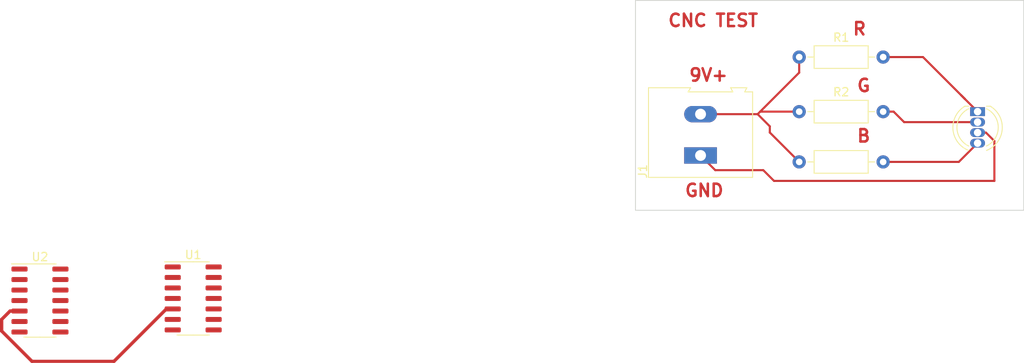
<source format=kicad_pcb>
(kicad_pcb (version 20221018) (generator pcbnew)
  (layers (0 "F.Cu" signal) (31 "B.Cu" signal) (34 "B.Paste" user) (35 "F.Paste" user) (36 "B.SilkS" user "B.Silkscreen") (37 "F.SilkS" user "F.Silkscreen") (38 "B.Mask" user) (39 "F.Mask" user) (44 "Edge.Cuts" user))
  (net 0 "")
  (net 1 "Net-(D1-RK)")
  (net 2 "Net-(D1-GK)")
  (net 3 "Net-(D1-A)")
  (net 4 "Net-(D1-BK)")
  (net 5 "Net-(J1-Pin_2)")
  (net 8 "DATA1")
  (footprint "LED_THT:LED_D5.0mm-4_RGB" (layer "F.Cu") (at 142.24 77.724 -90)
    (fp_text reference "D1" hide)
    (fp_text value "LED_RGAB" hide)
    (fp_line (start -0.655 -1.545) (end -0.655 -1.08) (stroke (width 0.12)) (layer "F.SilkS"))
    (fp_line (start -0.655 1.08) (end -0.655 1.545) (stroke (width 0.12)) (layer "F.SilkS"))
    (fp_arc (start -0.655 -1.54483) (mid 2.163456 -2.978809) (end 4.692815 -1.080827) (stroke (width 0.12)) (layer "F.SilkS"))
    (fp_arc (start -0.349684 -1.08) (mid 1.904762 -2.5) (end 4.159479 -1.080429) (stroke (width 0.12)) (layer "F.SilkS"))
    (fp_arc (start 4.159479 1.080429) (mid 1.904762 2.5) (end -0.349684 1.08) (stroke (width 0.12)) (layer "F.SilkS"))
    (fp_arc (start 4.692815 1.080827) (mid 2.163456 2.978808) (end -0.655 1.54483) (stroke (width 0.12)) (layer "F.SilkS"))
    (pad "1" thru_hole rect (at 0 0 270) (size 1.07 1.8) (drill 0.9) (layers "*.Cu" "*.Mask") (net 1 "Net-(D1-RK)"))
    (pad "2" thru_hole oval (at 1.27 0 270) (size 1.07 1.8) (drill 0.9) (layers "*.Cu" "*.Mask") (net 2 "Net-(D1-GK)"))
    (pad "3" thru_hole oval (at 2.54 0 270) (size 1.07 1.8) (drill 0.9) (layers "*.Cu" "*.Mask") (net 3 "Net-(D1-A)"))
    (pad "4" thru_hole oval (at 3.81 0 270) (size 1.07 1.8) (drill 0.9) (layers "*.Cu" "*.Mask") (net 4 "Net-(D1-BK)"))
  )
  (footprint "Package_SO:SOIC-14_3.9x8.7mm_P1.27mm" (layer "F.Cu") (at 47.309 100.33)
    (fp_text reference "U1" (at 0 -5.28) (layer "F.SilkS"))
    (fp_text value "LM339")
    (fp_line (start 0 -4.435) (end -3.45 -4.435) (stroke (width 0.12)) (layer "F.SilkS"))
    (fp_line (start 0 -4.435) (end 1.95 -4.435) (stroke (width 0.12)) (layer "F.SilkS"))
    (fp_line (start 0 4.435) (end -1.95 4.435) (stroke (width 0.12)) (layer "F.SilkS"))
    (fp_line (start 0 4.435) (end 1.95 4.435) (stroke (width 0.12)) (layer "F.SilkS"))
    (pad "1" smd roundrect (at -2.475 -3.81) (size 1.95 0.6) (layers "F.Cu" "F.Paste" "F.Mask"))
    (pad "2" smd roundrect (at -2.475 -2.54) (size 1.95 0.6) (layers "F.Cu" "F.Paste" "F.Mask"))
    (pad "3" smd roundrect (at -2.475 -1.27) (size 1.95 0.6) (layers "F.Cu" "F.Paste" "F.Mask"))
    (pad "4" smd roundrect (at -2.475 0) (size 1.95 0.6) (layers "F.Cu" "F.Paste" "F.Mask"))
    (pad "5" smd roundrect (at -2.475 1.27) (size 1.95 0.6) (layers "F.Cu" "F.Paste" "F.Mask") (net 8 "DATA1"))
    (pad "6" smd roundrect (at -2.475 2.54) (size 1.95 0.6) (layers "F.Cu" "F.Paste" "F.Mask"))
    (pad "7" smd roundrect (at -2.475 3.81) (size 1.95 0.6) (layers "F.Cu" "F.Paste" "F.Mask"))
    (pad "8" smd roundrect (at 2.475 3.81) (size 1.95 0.6) (layers "F.Cu" "F.Paste" "F.Mask"))
    (pad "9" smd roundrect (at 2.475 2.54) (size 1.95 0.6) (layers "F.Cu" "F.Paste" "F.Mask"))
    (pad "10" smd roundrect (at 2.475 1.27) (size 1.95 0.6) (layers "F.Cu" "F.Paste" "F.Mask"))
    (pad "11" smd roundrect (at 2.475 0) (size 1.95 0.6) (layers "F.Cu" "F.Paste" "F.Mask"))
    (pad "12" smd roundrect (at 2.475 -1.27) (size 1.95 0.6) (layers "F.Cu" "F.Paste" "F.Mask"))
    (pad "13" smd roundrect (at 2.475 -2.54) (size 1.95 0.6) (layers "F.Cu" "F.Paste" "F.Mask"))
    (pad "14" smd roundrect (at 2.475 -3.81) (size 1.95 0.6) (layers "F.Cu" "F.Paste" "F.Mask"))
  )
  (footprint "Package_SO:SOIC-14_3.9x8.7mm_P1.27mm" (layer "F.Cu") (at 28.767 100.584)
    (fp_text reference "U2" (at 0 -5.28) (layer "F.SilkS"))
    (fp_text value "LM339")
    (fp_line (start 0 -4.435) (end -3.45 -4.435) (stroke (width 0.12)) (layer "F.SilkS"))
    (fp_line (start 0 -4.435) (end 1.95 -4.435) (stroke (width 0.12)) (layer "F.SilkS"))
    (fp_line (start 0 4.435) (end -1.95 4.435) (stroke (width 0.12)) (layer "F.SilkS"))
    (fp_line (start 0 4.435) (end 1.95 4.435) (stroke (width 0.12)) (layer "F.SilkS"))
    (pad "1" smd roundrect (at -2.475 -3.81) (size 1.95 0.6) (layers "F.Cu" "F.Paste" "F.Mask"))
    (pad "2" smd roundrect (at -2.475 -2.54) (size 1.95 0.6) (layers "F.Cu" "F.Paste" "F.Mask"))
    (pad "3" smd roundrect (at -2.475 -1.27) (size 1.95 0.6) (layers "F.Cu" "F.Paste" "F.Mask"))
    (pad "4" smd roundrect (at -2.475 0) (size 1.95 0.6) (layers "F.Cu" "F.Paste" "F.Mask"))
    (pad "5" smd roundrect (at -2.475 1.27) (size 1.95 0.6) (layers "F.Cu" "F.Paste" "F.Mask") (net 8 "DATA1"))
    (pad "6" smd roundrect (at -2.475 2.54) (size 1.95 0.6) (layers "F.Cu" "F.Paste" "F.Mask"))
    (pad "7" smd roundrect (at -2.475 3.81) (size 1.95 0.6) (layers "F.Cu" "F.Paste" "F.Mask"))
    (pad "8" smd roundrect (at 2.475 3.81) (size 1.95 0.6) (layers "F.Cu" "F.Paste" "F.Mask"))
    (pad "9" smd roundrect (at 2.475 2.54) (size 1.95 0.6) (layers "F.Cu" "F.Paste" "F.Mask"))
    (pad "10" smd roundrect (at 2.475 1.27) (size 1.95 0.6) (layers "F.Cu" "F.Paste" "F.Mask"))
    (pad "11" smd roundrect (at 2.475 0) (size 1.95 0.6) (layers "F.Cu" "F.Paste" "F.Mask"))
    (pad "12" smd roundrect (at 2.475 -1.27) (size 1.95 0.6) (layers "F.Cu" "F.Paste" "F.Mask"))
    (pad "13" smd roundrect (at 2.475 -2.54) (size 1.95 0.6) (layers "F.Cu" "F.Paste" "F.Mask"))
    (pad "14" smd roundrect (at 2.475 -3.81) (size 1.95 0.6) (layers "F.Cu" "F.Paste" "F.Mask"))
  )
  (footprint "Resistor_THT:R_Axial_DIN0207_L6.3mm_D2.5mm_P10.16mm_Horizontal" (layer "F.Cu") (at 120.65 71.12)
    (fp_text reference "R1" (at 5.08 -2.37) (layer "F.SilkS"))
    (fp_text value "RED" hide)
    (fp_line (start 1.04 0) (end 1.81 0) (stroke (width 0.12)) (layer "F.SilkS"))
    (fp_line (start 1.81 -1.37) (end 1.81 1.37) (stroke (width 0.12)) (layer "F.SilkS"))
    (fp_line (start 1.81 1.37) (end 8.35 1.37) (stroke (width 0.12)) (layer "F.SilkS"))
    (fp_line (start 8.35 -1.37) (end 1.81 -1.37) (stroke (width 0.12)) (layer "F.SilkS"))
    (fp_line (start 8.35 1.37) (end 8.35 -1.37) (stroke (width 0.12)) (layer "F.SilkS"))
    (fp_line (start 9.12 0) (end 8.35 0) (stroke (width 0.12)) (layer "F.SilkS"))
    (pad "1" thru_hole circle (at 0 0) (size 1.6 1.6) (drill 0.8) (layers "*.Cu" "*.Mask") (net 5 "Net-(J1-Pin_2)"))
    (pad "2" thru_hole oval (at 10.16 0) (size 1.6 1.6) (drill 0.8) (layers "*.Cu" "*.Mask") (net 1 "Net-(D1-RK)"))
  )
  (footprint "Resistor_THT:R_Axial_DIN0207_L6.3mm_D2.5mm_P10.16mm_Horizontal" (layer "F.Cu") (at 120.65 83.806)
    (fp_text reference "R3" hide)
    (fp_text value "B" hide)
    (fp_line (start 1.04 0) (end 1.81 0) (stroke (width 0.12)) (layer "F.SilkS"))
    (fp_line (start 1.81 -1.37) (end 1.81 1.37) (stroke (width 0.12)) (layer "F.SilkS"))
    (fp_line (start 1.81 1.37) (end 8.35 1.37) (stroke (width 0.12)) (layer "F.SilkS"))
    (fp_line (start 8.35 -1.37) (end 1.81 -1.37) (stroke (width 0.12)) (layer "F.SilkS"))
    (fp_line (start 8.35 1.37) (end 8.35 -1.37) (stroke (width 0.12)) (layer "F.SilkS"))
    (fp_line (start 9.12 0) (end 8.35 0) (stroke (width 0.12)) (layer "F.SilkS"))
    (pad "1" thru_hole circle (at 0 0) (size 1.6 1.6) (drill 0.8) (layers "*.Cu" "*.Mask") (net 5 "Net-(J1-Pin_2)"))
    (pad "2" thru_hole oval (at 10.16 0) (size 1.6 1.6) (drill 0.8) (layers "*.Cu" "*.Mask") (net 4 "Net-(D1-BK)"))
  )
  (footprint "TerminalBlock:TerminalBlock_Altech_AK300-2_P5.00mm" (layer "F.Cu") (at 108.712 83.029 90)
    (fp_text reference "J1" (at -1.92 -6.99 90) (layer "F.SilkS"))
    (fp_text value "Screw_Terminal_01x02" hide)
    (fp_line (start -2.65 -6.3) (end -2.65 6.3) (stroke (width 0.12)) (layer "F.SilkS"))
    (fp_line (start -2.65 6.3) (end 7.7 6.3) (stroke (width 0.12)) (layer "F.SilkS"))
    (fp_line (start 7.7 -1.5) (end 8.2 -1.2) (stroke (width 0.12)) (layer "F.SilkS"))
    (fp_line (start 7.7 3.9) (end 7.7 -1.5) (stroke (width 0.12)) (layer "F.SilkS"))
    (fp_line (start 7.7 5.35) (end 8.2 5.6) (stroke (width 0.12)) (layer "F.SilkS"))
    (fp_line (start 7.7 6.3) (end 7.7 5.35) (stroke (width 0.12)) (layer "F.SilkS"))
    (fp_line (start 8.2 -6.3) (end -2.65 -6.3) (stroke (width 0.12)) (layer "F.SilkS"))
    (fp_line (start 8.2 -1.2) (end 8.2 -6.3) (stroke (width 0.12)) (layer "F.SilkS"))
    (fp_line (start 8.2 3.65) (end 7.7 3.9) (stroke (width 0.12)) (layer "F.SilkS"))
    (fp_line (start 8.2 3.7) (end 8.2 3.65) (stroke (width 0.12)) (layer "F.SilkS"))
    (fp_line (start 8.2 5.6) (end 8.2 3.7) (stroke (width 0.12)) (layer "F.SilkS"))
    (pad "1" thru_hole rect (at 0 0 90) (size 1.98 3.96) (drill 1.32) (layers "*.Cu" "*.Mask") (net 3 "Net-(D1-A)"))
    (pad "2" thru_hole oval (at 5 0 90) (size 1.98 3.96) (drill 1.32) (layers "*.Cu" "*.Mask") (net 5 "Net-(J1-Pin_2)"))
  )
  (footprint "Resistor_THT:R_Axial_DIN0207_L6.3mm_D2.5mm_P10.16mm_Horizontal" (layer "F.Cu") (at 120.65 77.724)
    (fp_text reference "R2" (at 5.08 -2.37) (layer "F.SilkS"))
    (fp_text value "GREEN" hide)
    (fp_line (start 1.04 0) (end 1.81 0) (stroke (width 0.12)) (layer "F.SilkS"))
    (fp_line (start 1.81 -1.37) (end 1.81 1.37) (stroke (width 0.12)) (layer "F.SilkS"))
    (fp_line (start 1.81 1.37) (end 8.35 1.37) (stroke (width 0.12)) (layer "F.SilkS"))
    (fp_line (start 8.35 -1.37) (end 1.81 -1.37) (stroke (width 0.12)) (layer "F.SilkS"))
    (fp_line (start 8.35 1.37) (end 8.35 -1.37) (stroke (width 0.12)) (layer "F.SilkS"))
    (fp_line (start 9.12 0) (end 8.35 0) (stroke (width 0.12)) (layer "F.SilkS"))
    (pad "1" thru_hole circle (at 0 0) (size 1.6 1.6) (drill 0.8) (layers "*.Cu" "*.Mask") (net 5 "Net-(J1-Pin_2)"))
    (pad "2" thru_hole oval (at 10.16 0) (size 1.6 1.6) (drill 0.8) (layers "*.Cu" "*.Mask") (net 2 "Net-(D1-GK)"))
  )
  (gr_rect (start 100.838 64.262) (end 147.828 89.662) (stroke (width 0.1)) (fill none) (layer "Edge.Cuts"))
  (gr_text "9V+\n" (at 107.188 74.168) (layer "F.Cu") (effects (font (size 1.5 1.5) (thickness 0.3) bold) (justify left bottom)))
  (gr_text "R\n" (at 127 68.58) (layer "F.Cu") (effects (font (size 1.5 1.5) (thickness 0.3) bold) (justify left bottom)))
  (gr_text "B\n" (at 127.508 81.534) (layer "F.Cu") (effects (font (size 1.5 1.5) (thickness 0.3) bold) (justify left bottom)))
  (gr_text "CNC TEST" (at 104.648 67.564) (layer "F.Cu") (effects (font (size 1.5 1.5) (thickness 0.3) bold) (justify left bottom)))
  (gr_text "G\n" (at 127.508 75.438) (layer "F.Cu") (effects (font (size 1.5 1.5) (thickness 0.3) bold) (justify left bottom)))
  (gr_text "GND\n" (at 106.68 88.138) (layer "F.Cu") (effects (font (size 1.5 1.5) (thickness 0.3) bold) (justify left bottom)))
  (segment (start 135.636 71.12) (end 140.716 76.2) (width 0.25) (layer "F.Cu") (net 1))
  (segment (start 140.222 75.706) (end 140.716 76.2) (width 0.25) (layer "F.Cu") (net 1))
  (segment (start 130.81 71.12) (end 135.636 71.12) (width 0.25) (layer "F.Cu") (net 1))
  (segment (start 140.716 76.2) (end 142.24 77.724) (width 0.25) (layer "F.Cu") (net 1))
  (segment (start 133.35 78.994) (end 142.24 78.994) (width 0.25) (layer "F.Cu") (net 2))
  (segment (start 132.08 77.724) (end 133.35 78.994) (width 0.25) (layer "F.Cu") (net 2))
  (segment (start 130.81 77.724) (end 132.08 77.724) (width 0.25) (layer "F.Cu") (net 2))
  (segment (start 143.256 80.264) (end 142.24 80.264) (width 0.25) (layer "F.Cu") (net 3))
  (segment (start 110.49 84.807) (end 116.303 84.807) (width 0.25) (layer "F.Cu") (net 3))
  (segment (start 108.712 83.029) (end 110.49 84.807) (width 0.25) (layer "F.Cu") (net 3))
  (segment (start 144.272 81.28) (end 143.256 80.264) (width 0.25) (layer "F.Cu") (net 3))
  (segment (start 144.272 86.106) (end 144.272 81.28) (width 0.25) (layer "F.Cu") (net 3))
  (segment (start 117.602 86.106) (end 144.272 86.106) (width 0.25) (layer "F.Cu") (net 3))
  (segment (start 116.303 84.807) (end 117.602 86.106) (width 0.25) (layer "F.Cu") (net 3))
  (segment (start 139.968 83.806) (end 142.24 81.534) (width 0.25) (layer "F.Cu") (net 4))
  (segment (start 130.81 83.806) (end 139.968 83.806) (width 0.25) (layer "F.Cu") (net 4))
  (segment (start 115.926 77.724) (end 115.621 78.029) (width 0.25) (layer "F.Cu") (net 5))
  (segment (start 117.094 79.502) (end 117.094 80.25) (width 0.25) (layer "F.Cu") (net 5))
  (segment (start 120.65 77.724) (end 115.926 77.724) (width 0.25) (layer "F.Cu") (net 5))
  (segment (start 120.65 73) (end 115.926 77.724) (width 0.25) (layer "F.Cu") (net 5))
  (segment (start 108.204 78.029) (end 115.621 78.029) (width 0.25) (layer "F.Cu") (net 5))
  (segment (start 120.65 83.806) (end 117.094 80.25) (width 0.25) (layer "F.Cu") (net 5))
  (segment (start 115.621 78.029) (end 117.094 79.502) (width 0.25) (layer "F.Cu") (net 5))
  (segment (start 120.65 71.12) (end 120.65 73) (width 0.25) (layer "F.Cu") (net 5))
  (segment (start 24.13 102.87) (end 25.146 101.854) (width 0.4) (layer "F.Cu") (net 8))
  (segment (start 37.714184 107.95) (end 27.808184 107.95) (width 0.4) (layer "F.Cu") (net 8))
  (segment (start 44.834 101.6) (end 44.064184 101.6) (width 0.4) (layer "F.Cu") (net 8))
  (segment (start 25.146 101.854) (end 26.292 101.854) (width 0.4) (layer "F.Cu") (net 8))
  (segment (start 27.808184 107.95) (end 24.13 104.271816) (width 0.4) (layer "F.Cu") (net 8))
  (segment (start 44.064184 101.6) (end 37.714184 107.95) (width 0.4) (layer "F.Cu") (net 8))
  (segment (start 24.13 104.271816) (end 24.13 102.87) (width 0.4) (layer "F.Cu") (net 8))
)
</source>
